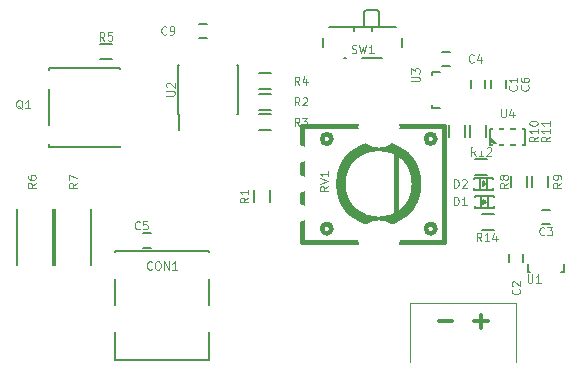
<source format=gbr>
G04 #@! TF.FileFunction,Legend,Top*
%FSLAX46Y46*%
G04 Gerber Fmt 4.6, Leading zero omitted, Abs format (unit mm)*
G04 Created by KiCad (PCBNEW (2015-09-30 BZR 6232)-product) date Tue 06 Oct 2015 09:20:13 AM EEST*
%MOMM*%
G01*
G04 APERTURE LIST*
%ADD10C,0.100000*%
%ADD11C,0.300000*%
%ADD12C,0.127000*%
%ADD13C,0.381000*%
%ADD14C,0.150000*%
%ADD15C,0.120000*%
%ADD16R,0.797560X0.797560*%
%ADD17R,1.524000X4.000000*%
%ADD18O,1.524000X4.000000*%
%ADD19O,2.000000X1.500000*%
%ADD20C,3.500000*%
%ADD21R,1.200000X0.750000*%
%ADD22R,1.800860X0.800100*%
%ADD23R,0.750000X1.200000*%
%ADD24R,0.800100X1.800860*%
%ADD25R,3.200400X1.600200*%
%ADD26R,7.000240X6.499860*%
%ADD27R,2.200000X2.200000*%
%ADD28C,1.500000*%
%ADD29R,1.200000X0.900000*%
%ADD30R,0.900000X1.200000*%
%ADD31R,0.600000X1.550000*%
%ADD32R,3.175000X1.600200*%
%ADD33C,0.900000*%
%ADD34R,0.700000X1.500000*%
%ADD35R,1.000000X0.800000*%
%ADD36R,0.599440X1.000760*%
G04 APERTURE END LIST*
D10*
D11*
X147178572Y-96857143D02*
X148321429Y-96857143D01*
X150178572Y-96857143D02*
X151321429Y-96857143D01*
X150750000Y-97428571D02*
X150750000Y-96285714D01*
D10*
X144750000Y-95250000D02*
X144750000Y-100250000D01*
X153750000Y-95250000D02*
X144750000Y-95250000D01*
X153750000Y-100250000D02*
X153750000Y-95250000D01*
D12*
X151299720Y-85700380D02*
X151299720Y-84699620D01*
X150700280Y-84699620D02*
X150700280Y-85700380D01*
X151000000Y-85299060D02*
X151000000Y-85100940D01*
X150900940Y-84999340D02*
X150900940Y-85400660D01*
X150900940Y-85400660D02*
X151099060Y-85200000D01*
X151099060Y-85200000D02*
X150900940Y-84999340D01*
X150199900Y-84699620D02*
X151800100Y-84699620D01*
X151800100Y-84699620D02*
X151800100Y-85700380D01*
X151800100Y-85700380D02*
X150199900Y-85700380D01*
X150199900Y-85700380D02*
X150199900Y-84699620D01*
D13*
X147600000Y-90100000D02*
X135600000Y-90100000D01*
X135600000Y-80300000D02*
X147600000Y-80300000D01*
X135600000Y-80300000D02*
X135600000Y-90100000D01*
X147600000Y-80300000D02*
X147600000Y-90100000D01*
X138100000Y-89000000D02*
G75*
G03X138100000Y-89000000I-400000J0D01*
G01*
X138100000Y-81400000D02*
G75*
G03X138100000Y-81400000I-400000J0D01*
G01*
X146900000Y-89000000D02*
G75*
G03X146900000Y-89000000I-400000J0D01*
G01*
X146900000Y-81400000D02*
G75*
G03X146900000Y-81400000I-400000J0D01*
G01*
X143601140Y-82599040D02*
X143601140Y-87800960D01*
X145099740Y-85200000D02*
G75*
G03X145099740Y-85200000I-2999740J0D01*
G01*
X145501060Y-85200000D02*
G75*
G03X145501060Y-85200000I-3401060J0D01*
G01*
D14*
X148123662Y-75212874D02*
X147423662Y-75212874D01*
X147423662Y-74012874D02*
X148123662Y-74012874D01*
X147300800Y-78749820D02*
X146599760Y-78749820D01*
X146599760Y-78749820D02*
X146599760Y-78500900D01*
X146599760Y-75950840D02*
X146599760Y-75750180D01*
X146599760Y-75750180D02*
X147300800Y-75750180D01*
X149900000Y-77100000D02*
X149900000Y-76400000D01*
X151100000Y-76400000D02*
X151100000Y-77100000D01*
X156600000Y-88600000D02*
X155900000Y-88600000D01*
X155900000Y-87400000D02*
X156600000Y-87400000D01*
X154350000Y-91150000D02*
X154350000Y-91850000D01*
X153150000Y-91850000D02*
X153150000Y-91150000D01*
X157749820Y-91949200D02*
X157749820Y-92650240D01*
X157749820Y-92650240D02*
X157500900Y-92650240D01*
X154950840Y-92650240D02*
X154750180Y-92650240D01*
X154750180Y-92650240D02*
X154750180Y-91949200D01*
D12*
X120182300Y-76044900D02*
X121376100Y-76044900D01*
X121376100Y-76044900D02*
X121376100Y-81455100D01*
X121376100Y-81455100D02*
X120169600Y-81455100D01*
X114175200Y-80477200D02*
X111266900Y-80477200D01*
X111266900Y-81620200D02*
X114175200Y-81620200D01*
X111266900Y-80477200D02*
X111266900Y-81620200D01*
X111266900Y-75879800D02*
X111266900Y-77022800D01*
X111266900Y-77022800D02*
X114175200Y-77022800D01*
X114175200Y-75879800D02*
X111266900Y-75879800D01*
X114175200Y-82102800D02*
X120169600Y-82102800D01*
X120169600Y-82102800D02*
X120169600Y-75397200D01*
X120169600Y-75397200D02*
X114175200Y-75397200D01*
X114175200Y-82102800D02*
X114175200Y-75397200D01*
D14*
X119750000Y-90850000D02*
X127750000Y-90850000D01*
X127750000Y-100150000D02*
X119750000Y-100150000D01*
X119750000Y-90850000D02*
X119750000Y-100150000D01*
X127750000Y-90850000D02*
X127750000Y-100150000D01*
D12*
X151349720Y-87250380D02*
X151349720Y-86249620D01*
X150750280Y-86249620D02*
X150750280Y-87250380D01*
X151050000Y-86849060D02*
X151050000Y-86650940D01*
X150950940Y-86549340D02*
X150950940Y-86950660D01*
X150950940Y-86950660D02*
X151149060Y-86750000D01*
X151149060Y-86750000D02*
X150950940Y-86549340D01*
X150249900Y-86249620D02*
X151850100Y-86249620D01*
X151850100Y-86249620D02*
X151850100Y-87250380D01*
X151850100Y-87250380D02*
X150249900Y-87250380D01*
X150249900Y-87250380D02*
X150249900Y-86249620D01*
D14*
X133000000Y-80675000D02*
X132000000Y-80675000D01*
X132000000Y-79325000D02*
X133000000Y-79325000D01*
X131575000Y-86750000D02*
X131575000Y-85750000D01*
X132925000Y-85750000D02*
X132925000Y-86750000D01*
X133000000Y-78925000D02*
X132000000Y-78925000D01*
X132000000Y-77575000D02*
X133000000Y-77575000D01*
X118500000Y-73325000D02*
X119500000Y-73325000D01*
X119500000Y-74675000D02*
X118500000Y-74675000D01*
X127600000Y-72850000D02*
X126900000Y-72850000D01*
X126900000Y-71650000D02*
X127600000Y-71650000D01*
X150850000Y-87725000D02*
X151850000Y-87725000D01*
X151850000Y-89075000D02*
X150850000Y-89075000D01*
X125075000Y-79275000D02*
X125220000Y-79275000D01*
X125075000Y-75125000D02*
X125220000Y-75125000D01*
X130225000Y-75125000D02*
X130080000Y-75125000D01*
X130225000Y-79275000D02*
X130080000Y-79275000D01*
X125075000Y-79275000D02*
X125075000Y-75125000D01*
X130225000Y-79275000D02*
X130225000Y-75125000D01*
X125220000Y-79275000D02*
X125220000Y-80675000D01*
X122150000Y-89400000D02*
X122850000Y-89400000D01*
X122850000Y-90600000D02*
X122150000Y-90600000D01*
D12*
X114726000Y-87083000D02*
X117774000Y-87083000D01*
X114726000Y-92417000D02*
X117774000Y-92417000D01*
X114726000Y-92925000D02*
X117774000Y-92925000D01*
X117774000Y-92925000D02*
X117774000Y-86575000D01*
X117774000Y-86575000D02*
X114726000Y-86575000D01*
X114726000Y-86575000D02*
X114726000Y-92925000D01*
X111476000Y-87083000D02*
X114524000Y-87083000D01*
X111476000Y-92417000D02*
X114524000Y-92417000D01*
X111476000Y-92925000D02*
X114524000Y-92925000D01*
X114524000Y-92925000D02*
X114524000Y-86575000D01*
X114524000Y-86575000D02*
X111476000Y-86575000D01*
X111476000Y-86575000D02*
X111476000Y-92925000D01*
D14*
X133000000Y-77175000D02*
X132000000Y-77175000D01*
X132000000Y-75825000D02*
X133000000Y-75825000D01*
X154675000Y-84500000D02*
X154675000Y-85500000D01*
X153325000Y-85500000D02*
X153325000Y-84500000D01*
X155075000Y-85500000D02*
X155075000Y-84500000D01*
X156425000Y-84500000D02*
X156425000Y-85500000D01*
X149425000Y-80250000D02*
X149425000Y-81250000D01*
X148075000Y-81250000D02*
X148075000Y-80250000D01*
X149825000Y-81250000D02*
X149825000Y-80250000D01*
X151175000Y-80250000D02*
X151175000Y-81250000D01*
X150250000Y-83075000D02*
X151250000Y-83075000D01*
X151250000Y-84425000D02*
X150250000Y-84425000D01*
X140000000Y-72250000D02*
X140000000Y-71950000D01*
X141500000Y-72250000D02*
X141500000Y-71950000D01*
X139350000Y-74550000D02*
X139150000Y-74550000D01*
X142150000Y-70650000D02*
X141950000Y-70450000D01*
X140850000Y-70650000D02*
X141050000Y-70450000D01*
X142150000Y-71950000D02*
X142150000Y-70650000D01*
X141950000Y-70450000D02*
X141050000Y-70450000D01*
X140850000Y-70650000D02*
X140850000Y-71950000D01*
X143600000Y-71950000D02*
X137900000Y-71950000D01*
X142350000Y-74550000D02*
X140650000Y-74550000D01*
X144100000Y-73650000D02*
X144100000Y-72850000D01*
X137400000Y-72850000D02*
X137400000Y-73650000D01*
D12*
X152149100Y-81948500D02*
X151501400Y-81300800D01*
X151996700Y-81948500D02*
X151501400Y-81453200D01*
X153000000Y-80551500D02*
X153000000Y-79891100D01*
X153952500Y-80551500D02*
X153952500Y-79891100D01*
X152047500Y-80551500D02*
X152047500Y-79891100D01*
X153000000Y-81948500D02*
X153000000Y-82608900D01*
X153952500Y-81948500D02*
X153952500Y-82608900D01*
X152047500Y-81948500D02*
X152047500Y-82608900D01*
X151501400Y-80551500D02*
X154498600Y-80551500D01*
X154498600Y-80551500D02*
X154498600Y-81948500D01*
X154498600Y-81948500D02*
X151501400Y-81948500D01*
X151501400Y-81948500D02*
X151501400Y-80551500D01*
D14*
X151650000Y-77100000D02*
X151650000Y-76400000D01*
X152850000Y-76400000D02*
X152850000Y-77100000D01*
D15*
X148483334Y-85516667D02*
X148483334Y-84816667D01*
X148650000Y-84816667D01*
X148750000Y-84850000D01*
X148816667Y-84916667D01*
X148850000Y-84983333D01*
X148883334Y-85116667D01*
X148883334Y-85216667D01*
X148850000Y-85350000D01*
X148816667Y-85416667D01*
X148750000Y-85483333D01*
X148650000Y-85516667D01*
X148483334Y-85516667D01*
X149150000Y-84883333D02*
X149183334Y-84850000D01*
X149250000Y-84816667D01*
X149416667Y-84816667D01*
X149483334Y-84850000D01*
X149516667Y-84883333D01*
X149550000Y-84950000D01*
X149550000Y-85016667D01*
X149516667Y-85116667D01*
X149116667Y-85516667D01*
X149550000Y-85516667D01*
X137816667Y-85416666D02*
X137483333Y-85650000D01*
X137816667Y-85816666D02*
X137116667Y-85816666D01*
X137116667Y-85550000D01*
X137150000Y-85483333D01*
X137183333Y-85450000D01*
X137250000Y-85416666D01*
X137350000Y-85416666D01*
X137416667Y-85450000D01*
X137450000Y-85483333D01*
X137483333Y-85550000D01*
X137483333Y-85816666D01*
X137116667Y-85216666D02*
X137816667Y-84983333D01*
X137116667Y-84750000D01*
X137816667Y-84150000D02*
X137816667Y-84550000D01*
X137816667Y-84350000D02*
X137116667Y-84350000D01*
X137216667Y-84416666D01*
X137283333Y-84483333D01*
X137316667Y-84550000D01*
X150156996Y-74862874D02*
X150123662Y-74896207D01*
X150023662Y-74929541D01*
X149956996Y-74929541D01*
X149856996Y-74896207D01*
X149790329Y-74829541D01*
X149756996Y-74762874D01*
X149723662Y-74629541D01*
X149723662Y-74529541D01*
X149756996Y-74396207D01*
X149790329Y-74329541D01*
X149856996Y-74262874D01*
X149956996Y-74229541D01*
X150023662Y-74229541D01*
X150123662Y-74262874D01*
X150156996Y-74296207D01*
X150756996Y-74462874D02*
X150756996Y-74929541D01*
X150590329Y-74196207D02*
X150423662Y-74696207D01*
X150856996Y-74696207D01*
X144866667Y-76533333D02*
X145433333Y-76533333D01*
X145500000Y-76500000D01*
X145533333Y-76466667D01*
X145566667Y-76400000D01*
X145566667Y-76266667D01*
X145533333Y-76200000D01*
X145500000Y-76166667D01*
X145433333Y-76133333D01*
X144866667Y-76133333D01*
X144866667Y-75866667D02*
X144866667Y-75433334D01*
X145133333Y-75666667D01*
X145133333Y-75566667D01*
X145166667Y-75500000D01*
X145200000Y-75466667D01*
X145266667Y-75433334D01*
X145433333Y-75433334D01*
X145500000Y-75466667D01*
X145533333Y-75500000D01*
X145566667Y-75566667D01*
X145566667Y-75766667D01*
X145533333Y-75833334D01*
X145500000Y-75866667D01*
X153750000Y-76866666D02*
X153783333Y-76900000D01*
X153816667Y-77000000D01*
X153816667Y-77066666D01*
X153783333Y-77166666D01*
X153716667Y-77233333D01*
X153650000Y-77266666D01*
X153516667Y-77300000D01*
X153416667Y-77300000D01*
X153283333Y-77266666D01*
X153216667Y-77233333D01*
X153150000Y-77166666D01*
X153116667Y-77066666D01*
X153116667Y-77000000D01*
X153150000Y-76900000D01*
X153183333Y-76866666D01*
X153816667Y-76200000D02*
X153816667Y-76600000D01*
X153816667Y-76400000D02*
X153116667Y-76400000D01*
X153216667Y-76466666D01*
X153283333Y-76533333D01*
X153316667Y-76600000D01*
X156133334Y-89500000D02*
X156100000Y-89533333D01*
X156000000Y-89566667D01*
X155933334Y-89566667D01*
X155833334Y-89533333D01*
X155766667Y-89466667D01*
X155733334Y-89400000D01*
X155700000Y-89266667D01*
X155700000Y-89166667D01*
X155733334Y-89033333D01*
X155766667Y-88966667D01*
X155833334Y-88900000D01*
X155933334Y-88866667D01*
X156000000Y-88866667D01*
X156100000Y-88900000D01*
X156133334Y-88933333D01*
X156366667Y-88866667D02*
X156800000Y-88866667D01*
X156566667Y-89133333D01*
X156666667Y-89133333D01*
X156733334Y-89166667D01*
X156766667Y-89200000D01*
X156800000Y-89266667D01*
X156800000Y-89433333D01*
X156766667Y-89500000D01*
X156733334Y-89533333D01*
X156666667Y-89566667D01*
X156466667Y-89566667D01*
X156400000Y-89533333D01*
X156366667Y-89500000D01*
X154000000Y-94116666D02*
X154033333Y-94150000D01*
X154066667Y-94250000D01*
X154066667Y-94316666D01*
X154033333Y-94416666D01*
X153966667Y-94483333D01*
X153900000Y-94516666D01*
X153766667Y-94550000D01*
X153666667Y-94550000D01*
X153533333Y-94516666D01*
X153466667Y-94483333D01*
X153400000Y-94416666D01*
X153366667Y-94316666D01*
X153366667Y-94250000D01*
X153400000Y-94150000D01*
X153433333Y-94116666D01*
X153433333Y-93850000D02*
X153400000Y-93816666D01*
X153366667Y-93750000D01*
X153366667Y-93583333D01*
X153400000Y-93516666D01*
X153433333Y-93483333D01*
X153500000Y-93450000D01*
X153566667Y-93450000D01*
X153666667Y-93483333D01*
X154066667Y-93883333D01*
X154066667Y-93450000D01*
X154716667Y-92866667D02*
X154716667Y-93433333D01*
X154750000Y-93500000D01*
X154783333Y-93533333D01*
X154850000Y-93566667D01*
X154983333Y-93566667D01*
X155050000Y-93533333D01*
X155083333Y-93500000D01*
X155116667Y-93433333D01*
X155116667Y-92866667D01*
X155816666Y-93566667D02*
X155416666Y-93566667D01*
X155616666Y-93566667D02*
X155616666Y-92866667D01*
X155550000Y-92966667D01*
X155483333Y-93033333D01*
X155416666Y-93066667D01*
X111933333Y-78883333D02*
X111866667Y-78850000D01*
X111800000Y-78783333D01*
X111700000Y-78683333D01*
X111633333Y-78650000D01*
X111566667Y-78650000D01*
X111600000Y-78816667D02*
X111533333Y-78783333D01*
X111466667Y-78716667D01*
X111433333Y-78583333D01*
X111433333Y-78350000D01*
X111466667Y-78216667D01*
X111533333Y-78150000D01*
X111600000Y-78116667D01*
X111733333Y-78116667D01*
X111800000Y-78150000D01*
X111866667Y-78216667D01*
X111900000Y-78350000D01*
X111900000Y-78583333D01*
X111866667Y-78716667D01*
X111800000Y-78783333D01*
X111733333Y-78816667D01*
X111600000Y-78816667D01*
X112566666Y-78816667D02*
X112166666Y-78816667D01*
X112366666Y-78816667D02*
X112366666Y-78116667D01*
X112300000Y-78216667D01*
X112233333Y-78283333D01*
X112166666Y-78316667D01*
X122900001Y-92400000D02*
X122866667Y-92433333D01*
X122766667Y-92466667D01*
X122700001Y-92466667D01*
X122600001Y-92433333D01*
X122533334Y-92366667D01*
X122500001Y-92300000D01*
X122466667Y-92166667D01*
X122466667Y-92066667D01*
X122500001Y-91933333D01*
X122533334Y-91866667D01*
X122600001Y-91800000D01*
X122700001Y-91766667D01*
X122766667Y-91766667D01*
X122866667Y-91800000D01*
X122900001Y-91833333D01*
X123333334Y-91766667D02*
X123466667Y-91766667D01*
X123533334Y-91800000D01*
X123600001Y-91866667D01*
X123633334Y-92000000D01*
X123633334Y-92233333D01*
X123600001Y-92366667D01*
X123533334Y-92433333D01*
X123466667Y-92466667D01*
X123333334Y-92466667D01*
X123266667Y-92433333D01*
X123200001Y-92366667D01*
X123166667Y-92233333D01*
X123166667Y-92000000D01*
X123200001Y-91866667D01*
X123266667Y-91800000D01*
X123333334Y-91766667D01*
X123933334Y-92466667D02*
X123933334Y-91766667D01*
X124333334Y-92466667D01*
X124333334Y-91766667D01*
X125033333Y-92466667D02*
X124633333Y-92466667D01*
X124833333Y-92466667D02*
X124833333Y-91766667D01*
X124766667Y-91866667D01*
X124700000Y-91933333D01*
X124633333Y-91966667D01*
X148483334Y-87016667D02*
X148483334Y-86316667D01*
X148650000Y-86316667D01*
X148750000Y-86350000D01*
X148816667Y-86416667D01*
X148850000Y-86483333D01*
X148883334Y-86616667D01*
X148883334Y-86716667D01*
X148850000Y-86850000D01*
X148816667Y-86916667D01*
X148750000Y-86983333D01*
X148650000Y-87016667D01*
X148483334Y-87016667D01*
X149550000Y-87016667D02*
X149150000Y-87016667D01*
X149350000Y-87016667D02*
X149350000Y-86316667D01*
X149283334Y-86416667D01*
X149216667Y-86483333D01*
X149150000Y-86516667D01*
X135383334Y-80316667D02*
X135150000Y-79983333D01*
X134983334Y-80316667D02*
X134983334Y-79616667D01*
X135250000Y-79616667D01*
X135316667Y-79650000D01*
X135350000Y-79683333D01*
X135383334Y-79750000D01*
X135383334Y-79850000D01*
X135350000Y-79916667D01*
X135316667Y-79950000D01*
X135250000Y-79983333D01*
X134983334Y-79983333D01*
X135616667Y-79616667D02*
X136050000Y-79616667D01*
X135816667Y-79883333D01*
X135916667Y-79883333D01*
X135983334Y-79916667D01*
X136016667Y-79950000D01*
X136050000Y-80016667D01*
X136050000Y-80183333D01*
X136016667Y-80250000D01*
X135983334Y-80283333D01*
X135916667Y-80316667D01*
X135716667Y-80316667D01*
X135650000Y-80283333D01*
X135616667Y-80250000D01*
X131066667Y-86366666D02*
X130733333Y-86600000D01*
X131066667Y-86766666D02*
X130366667Y-86766666D01*
X130366667Y-86500000D01*
X130400000Y-86433333D01*
X130433333Y-86400000D01*
X130500000Y-86366666D01*
X130600000Y-86366666D01*
X130666667Y-86400000D01*
X130700000Y-86433333D01*
X130733333Y-86500000D01*
X130733333Y-86766666D01*
X131066667Y-85700000D02*
X131066667Y-86100000D01*
X131066667Y-85900000D02*
X130366667Y-85900000D01*
X130466667Y-85966666D01*
X130533333Y-86033333D01*
X130566667Y-86100000D01*
X135383334Y-78566667D02*
X135150000Y-78233333D01*
X134983334Y-78566667D02*
X134983334Y-77866667D01*
X135250000Y-77866667D01*
X135316667Y-77900000D01*
X135350000Y-77933333D01*
X135383334Y-78000000D01*
X135383334Y-78100000D01*
X135350000Y-78166667D01*
X135316667Y-78200000D01*
X135250000Y-78233333D01*
X134983334Y-78233333D01*
X135650000Y-77933333D02*
X135683334Y-77900000D01*
X135750000Y-77866667D01*
X135916667Y-77866667D01*
X135983334Y-77900000D01*
X136016667Y-77933333D01*
X136050000Y-78000000D01*
X136050000Y-78066667D01*
X136016667Y-78166667D01*
X135616667Y-78566667D01*
X136050000Y-78566667D01*
X118883334Y-73066667D02*
X118650000Y-72733333D01*
X118483334Y-73066667D02*
X118483334Y-72366667D01*
X118750000Y-72366667D01*
X118816667Y-72400000D01*
X118850000Y-72433333D01*
X118883334Y-72500000D01*
X118883334Y-72600000D01*
X118850000Y-72666667D01*
X118816667Y-72700000D01*
X118750000Y-72733333D01*
X118483334Y-72733333D01*
X119516667Y-72366667D02*
X119183334Y-72366667D01*
X119150000Y-72700000D01*
X119183334Y-72666667D01*
X119250000Y-72633333D01*
X119416667Y-72633333D01*
X119483334Y-72666667D01*
X119516667Y-72700000D01*
X119550000Y-72766667D01*
X119550000Y-72933333D01*
X119516667Y-73000000D01*
X119483334Y-73033333D01*
X119416667Y-73066667D01*
X119250000Y-73066667D01*
X119183334Y-73033333D01*
X119150000Y-73000000D01*
X124133334Y-72500000D02*
X124100000Y-72533333D01*
X124000000Y-72566667D01*
X123933334Y-72566667D01*
X123833334Y-72533333D01*
X123766667Y-72466667D01*
X123733334Y-72400000D01*
X123700000Y-72266667D01*
X123700000Y-72166667D01*
X123733334Y-72033333D01*
X123766667Y-71966667D01*
X123833334Y-71900000D01*
X123933334Y-71866667D01*
X124000000Y-71866667D01*
X124100000Y-71900000D01*
X124133334Y-71933333D01*
X124466667Y-72566667D02*
X124600000Y-72566667D01*
X124666667Y-72533333D01*
X124700000Y-72500000D01*
X124766667Y-72400000D01*
X124800000Y-72266667D01*
X124800000Y-72000000D01*
X124766667Y-71933333D01*
X124733334Y-71900000D01*
X124666667Y-71866667D01*
X124533334Y-71866667D01*
X124466667Y-71900000D01*
X124433334Y-71933333D01*
X124400000Y-72000000D01*
X124400000Y-72166667D01*
X124433334Y-72233333D01*
X124466667Y-72266667D01*
X124533334Y-72300000D01*
X124666667Y-72300000D01*
X124733334Y-72266667D01*
X124766667Y-72233333D01*
X124800000Y-72166667D01*
X150800000Y-90066667D02*
X150566666Y-89733333D01*
X150400000Y-90066667D02*
X150400000Y-89366667D01*
X150666666Y-89366667D01*
X150733333Y-89400000D01*
X150766666Y-89433333D01*
X150800000Y-89500000D01*
X150800000Y-89600000D01*
X150766666Y-89666667D01*
X150733333Y-89700000D01*
X150666666Y-89733333D01*
X150400000Y-89733333D01*
X151466666Y-90066667D02*
X151066666Y-90066667D01*
X151266666Y-90066667D02*
X151266666Y-89366667D01*
X151200000Y-89466667D01*
X151133333Y-89533333D01*
X151066666Y-89566667D01*
X152066667Y-89600000D02*
X152066667Y-90066667D01*
X151900000Y-89333333D02*
X151733333Y-89833333D01*
X152166667Y-89833333D01*
X124116667Y-77733333D02*
X124683333Y-77733333D01*
X124750000Y-77700000D01*
X124783333Y-77666667D01*
X124816667Y-77600000D01*
X124816667Y-77466667D01*
X124783333Y-77400000D01*
X124750000Y-77366667D01*
X124683333Y-77333333D01*
X124116667Y-77333333D01*
X124183333Y-77033334D02*
X124150000Y-77000000D01*
X124116667Y-76933334D01*
X124116667Y-76766667D01*
X124150000Y-76700000D01*
X124183333Y-76666667D01*
X124250000Y-76633334D01*
X124316667Y-76633334D01*
X124416667Y-76666667D01*
X124816667Y-77066667D01*
X124816667Y-76633334D01*
X121883334Y-89000000D02*
X121850000Y-89033333D01*
X121750000Y-89066667D01*
X121683334Y-89066667D01*
X121583334Y-89033333D01*
X121516667Y-88966667D01*
X121483334Y-88900000D01*
X121450000Y-88766667D01*
X121450000Y-88666667D01*
X121483334Y-88533333D01*
X121516667Y-88466667D01*
X121583334Y-88400000D01*
X121683334Y-88366667D01*
X121750000Y-88366667D01*
X121850000Y-88400000D01*
X121883334Y-88433333D01*
X122516667Y-88366667D02*
X122183334Y-88366667D01*
X122150000Y-88700000D01*
X122183334Y-88666667D01*
X122250000Y-88633333D01*
X122416667Y-88633333D01*
X122483334Y-88666667D01*
X122516667Y-88700000D01*
X122550000Y-88766667D01*
X122550000Y-88933333D01*
X122516667Y-89000000D01*
X122483334Y-89033333D01*
X122416667Y-89066667D01*
X122250000Y-89066667D01*
X122183334Y-89033333D01*
X122150000Y-89000000D01*
X116566667Y-85116666D02*
X116233333Y-85350000D01*
X116566667Y-85516666D02*
X115866667Y-85516666D01*
X115866667Y-85250000D01*
X115900000Y-85183333D01*
X115933333Y-85150000D01*
X116000000Y-85116666D01*
X116100000Y-85116666D01*
X116166667Y-85150000D01*
X116200000Y-85183333D01*
X116233333Y-85250000D01*
X116233333Y-85516666D01*
X115866667Y-84883333D02*
X115866667Y-84416666D01*
X116566667Y-84716666D01*
X113066667Y-85116666D02*
X112733333Y-85350000D01*
X113066667Y-85516666D02*
X112366667Y-85516666D01*
X112366667Y-85250000D01*
X112400000Y-85183333D01*
X112433333Y-85150000D01*
X112500000Y-85116666D01*
X112600000Y-85116666D01*
X112666667Y-85150000D01*
X112700000Y-85183333D01*
X112733333Y-85250000D01*
X112733333Y-85516666D01*
X112366667Y-84516666D02*
X112366667Y-84650000D01*
X112400000Y-84716666D01*
X112433333Y-84750000D01*
X112533333Y-84816666D01*
X112666667Y-84850000D01*
X112933333Y-84850000D01*
X113000000Y-84816666D01*
X113033333Y-84783333D01*
X113066667Y-84716666D01*
X113066667Y-84583333D01*
X113033333Y-84516666D01*
X113000000Y-84483333D01*
X112933333Y-84450000D01*
X112766667Y-84450000D01*
X112700000Y-84483333D01*
X112666667Y-84516666D01*
X112633333Y-84583333D01*
X112633333Y-84716666D01*
X112666667Y-84783333D01*
X112700000Y-84816666D01*
X112766667Y-84850000D01*
X135383334Y-76816667D02*
X135150000Y-76483333D01*
X134983334Y-76816667D02*
X134983334Y-76116667D01*
X135250000Y-76116667D01*
X135316667Y-76150000D01*
X135350000Y-76183333D01*
X135383334Y-76250000D01*
X135383334Y-76350000D01*
X135350000Y-76416667D01*
X135316667Y-76450000D01*
X135250000Y-76483333D01*
X134983334Y-76483333D01*
X135983334Y-76350000D02*
X135983334Y-76816667D01*
X135816667Y-76083333D02*
X135650000Y-76583333D01*
X136083334Y-76583333D01*
X153066667Y-85116666D02*
X152733333Y-85350000D01*
X153066667Y-85516666D02*
X152366667Y-85516666D01*
X152366667Y-85250000D01*
X152400000Y-85183333D01*
X152433333Y-85150000D01*
X152500000Y-85116666D01*
X152600000Y-85116666D01*
X152666667Y-85150000D01*
X152700000Y-85183333D01*
X152733333Y-85250000D01*
X152733333Y-85516666D01*
X152666667Y-84716666D02*
X152633333Y-84783333D01*
X152600000Y-84816666D01*
X152533333Y-84850000D01*
X152500000Y-84850000D01*
X152433333Y-84816666D01*
X152400000Y-84783333D01*
X152366667Y-84716666D01*
X152366667Y-84583333D01*
X152400000Y-84516666D01*
X152433333Y-84483333D01*
X152500000Y-84450000D01*
X152533333Y-84450000D01*
X152600000Y-84483333D01*
X152633333Y-84516666D01*
X152666667Y-84583333D01*
X152666667Y-84716666D01*
X152700000Y-84783333D01*
X152733333Y-84816666D01*
X152800000Y-84850000D01*
X152933333Y-84850000D01*
X153000000Y-84816666D01*
X153033333Y-84783333D01*
X153066667Y-84716666D01*
X153066667Y-84583333D01*
X153033333Y-84516666D01*
X153000000Y-84483333D01*
X152933333Y-84450000D01*
X152800000Y-84450000D01*
X152733333Y-84483333D01*
X152700000Y-84516666D01*
X152666667Y-84583333D01*
X157566667Y-85116666D02*
X157233333Y-85350000D01*
X157566667Y-85516666D02*
X156866667Y-85516666D01*
X156866667Y-85250000D01*
X156900000Y-85183333D01*
X156933333Y-85150000D01*
X157000000Y-85116666D01*
X157100000Y-85116666D01*
X157166667Y-85150000D01*
X157200000Y-85183333D01*
X157233333Y-85250000D01*
X157233333Y-85516666D01*
X157566667Y-84783333D02*
X157566667Y-84650000D01*
X157533333Y-84583333D01*
X157500000Y-84550000D01*
X157400000Y-84483333D01*
X157266667Y-84450000D01*
X157000000Y-84450000D01*
X156933333Y-84483333D01*
X156900000Y-84516666D01*
X156866667Y-84583333D01*
X156866667Y-84716666D01*
X156900000Y-84783333D01*
X156933333Y-84816666D01*
X157000000Y-84850000D01*
X157166667Y-84850000D01*
X157233333Y-84816666D01*
X157266667Y-84783333D01*
X157300000Y-84716666D01*
X157300000Y-84583333D01*
X157266667Y-84516666D01*
X157233333Y-84483333D01*
X157166667Y-84450000D01*
X155566667Y-81200000D02*
X155233333Y-81433334D01*
X155566667Y-81600000D02*
X154866667Y-81600000D01*
X154866667Y-81333334D01*
X154900000Y-81266667D01*
X154933333Y-81233334D01*
X155000000Y-81200000D01*
X155100000Y-81200000D01*
X155166667Y-81233334D01*
X155200000Y-81266667D01*
X155233333Y-81333334D01*
X155233333Y-81600000D01*
X155566667Y-80533334D02*
X155566667Y-80933334D01*
X155566667Y-80733334D02*
X154866667Y-80733334D01*
X154966667Y-80800000D01*
X155033333Y-80866667D01*
X155066667Y-80933334D01*
X154866667Y-80100000D02*
X154866667Y-80033333D01*
X154900000Y-79966667D01*
X154933333Y-79933333D01*
X155000000Y-79900000D01*
X155133333Y-79866667D01*
X155300000Y-79866667D01*
X155433333Y-79900000D01*
X155500000Y-79933333D01*
X155533333Y-79966667D01*
X155566667Y-80033333D01*
X155566667Y-80100000D01*
X155533333Y-80166667D01*
X155500000Y-80200000D01*
X155433333Y-80233333D01*
X155300000Y-80266667D01*
X155133333Y-80266667D01*
X155000000Y-80233333D01*
X154933333Y-80200000D01*
X154900000Y-80166667D01*
X154866667Y-80100000D01*
X156566667Y-81200000D02*
X156233333Y-81433334D01*
X156566667Y-81600000D02*
X155866667Y-81600000D01*
X155866667Y-81333334D01*
X155900000Y-81266667D01*
X155933333Y-81233334D01*
X156000000Y-81200000D01*
X156100000Y-81200000D01*
X156166667Y-81233334D01*
X156200000Y-81266667D01*
X156233333Y-81333334D01*
X156233333Y-81600000D01*
X156566667Y-80533334D02*
X156566667Y-80933334D01*
X156566667Y-80733334D02*
X155866667Y-80733334D01*
X155966667Y-80800000D01*
X156033333Y-80866667D01*
X156066667Y-80933334D01*
X156566667Y-79866667D02*
X156566667Y-80266667D01*
X156566667Y-80066667D02*
X155866667Y-80066667D01*
X155966667Y-80133333D01*
X156033333Y-80200000D01*
X156066667Y-80266667D01*
X150300000Y-82816667D02*
X150066666Y-82483333D01*
X149900000Y-82816667D02*
X149900000Y-82116667D01*
X150166666Y-82116667D01*
X150233333Y-82150000D01*
X150266666Y-82183333D01*
X150300000Y-82250000D01*
X150300000Y-82350000D01*
X150266666Y-82416667D01*
X150233333Y-82450000D01*
X150166666Y-82483333D01*
X149900000Y-82483333D01*
X150966666Y-82816667D02*
X150566666Y-82816667D01*
X150766666Y-82816667D02*
X150766666Y-82116667D01*
X150700000Y-82216667D01*
X150633333Y-82283333D01*
X150566666Y-82316667D01*
X151233333Y-82183333D02*
X151266667Y-82150000D01*
X151333333Y-82116667D01*
X151500000Y-82116667D01*
X151566667Y-82150000D01*
X151600000Y-82183333D01*
X151633333Y-82250000D01*
X151633333Y-82316667D01*
X151600000Y-82416667D01*
X151200000Y-82816667D01*
X151633333Y-82816667D01*
X139816666Y-74108333D02*
X139916666Y-74141667D01*
X140083333Y-74141667D01*
X140150000Y-74108333D01*
X140183333Y-74075000D01*
X140216666Y-74008333D01*
X140216666Y-73941667D01*
X140183333Y-73875000D01*
X140150000Y-73841667D01*
X140083333Y-73808333D01*
X139950000Y-73775000D01*
X139883333Y-73741667D01*
X139850000Y-73708333D01*
X139816666Y-73641667D01*
X139816666Y-73575000D01*
X139850000Y-73508333D01*
X139883333Y-73475000D01*
X139950000Y-73441667D01*
X140116666Y-73441667D01*
X140216666Y-73475000D01*
X140450000Y-73441667D02*
X140616667Y-74141667D01*
X140750000Y-73641667D01*
X140883333Y-74141667D01*
X141050000Y-73441667D01*
X141683333Y-74141667D02*
X141283333Y-74141667D01*
X141483333Y-74141667D02*
X141483333Y-73441667D01*
X141416667Y-73541667D01*
X141350000Y-73608333D01*
X141283333Y-73641667D01*
X152466667Y-78885467D02*
X152466667Y-79452133D01*
X152500000Y-79518800D01*
X152533333Y-79552133D01*
X152600000Y-79585467D01*
X152733333Y-79585467D01*
X152800000Y-79552133D01*
X152833333Y-79518800D01*
X152866667Y-79452133D01*
X152866667Y-78885467D01*
X153500000Y-79118800D02*
X153500000Y-79585467D01*
X153333333Y-78852133D02*
X153166666Y-79352133D01*
X153600000Y-79352133D01*
X154750000Y-76866666D02*
X154783333Y-76900000D01*
X154816667Y-77000000D01*
X154816667Y-77066666D01*
X154783333Y-77166666D01*
X154716667Y-77233333D01*
X154650000Y-77266666D01*
X154516667Y-77300000D01*
X154416667Y-77300000D01*
X154283333Y-77266666D01*
X154216667Y-77233333D01*
X154150000Y-77166666D01*
X154116667Y-77066666D01*
X154116667Y-77000000D01*
X154150000Y-76900000D01*
X154183333Y-76866666D01*
X154116667Y-76266666D02*
X154116667Y-76400000D01*
X154150000Y-76466666D01*
X154183333Y-76500000D01*
X154283333Y-76566666D01*
X154416667Y-76600000D01*
X154683333Y-76600000D01*
X154750000Y-76566666D01*
X154783333Y-76533333D01*
X154816667Y-76466666D01*
X154816667Y-76333333D01*
X154783333Y-76266666D01*
X154750000Y-76233333D01*
X154683333Y-76200000D01*
X154516667Y-76200000D01*
X154450000Y-76233333D01*
X154416667Y-76266666D01*
X154383333Y-76333333D01*
X154383333Y-76466666D01*
X154416667Y-76533333D01*
X154450000Y-76566666D01*
X154516667Y-76600000D01*
%LPC*%
D16*
X150250700Y-85200000D03*
X151749300Y-85200000D03*
D17*
X150520000Y-93000000D03*
D18*
X147980000Y-93000000D03*
D19*
X135100000Y-82700000D03*
X135100000Y-85200000D03*
X135100000Y-87700000D03*
D20*
X142100000Y-80400000D03*
X142100000Y-90000000D03*
D21*
X148723662Y-74612874D03*
X146823662Y-74612874D03*
D22*
X148751140Y-78200000D03*
X148751140Y-76300000D03*
X145748860Y-77250000D03*
D23*
X150500000Y-77700000D03*
X150500000Y-75800000D03*
D21*
X157200000Y-88000000D03*
X155300000Y-88000000D03*
D23*
X153750000Y-90550000D03*
X153750000Y-92450000D03*
D24*
X157200000Y-90498860D03*
X155300000Y-90498860D03*
X156250000Y-93501140D03*
D25*
X112625800Y-76448760D03*
X112625800Y-81051240D03*
D26*
X118874200Y-78750000D03*
D27*
X128050000Y-96650000D03*
X128050000Y-92150000D03*
X119450000Y-92150000D03*
X119450000Y-96650000D03*
D28*
X123750000Y-98650000D03*
X123750000Y-93650000D03*
D16*
X150300700Y-86750000D03*
X151799300Y-86750000D03*
D29*
X131400000Y-80000000D03*
X133600000Y-80000000D03*
D30*
X132250000Y-85150000D03*
X132250000Y-87350000D03*
D29*
X131400000Y-78250000D03*
X133600000Y-78250000D03*
X120100000Y-74000000D03*
X117900000Y-74000000D03*
D21*
X128200000Y-72250000D03*
X126300000Y-72250000D03*
D29*
X152450000Y-88400000D03*
X150250000Y-88400000D03*
D31*
X125745000Y-79900000D03*
X127015000Y-79900000D03*
X128285000Y-79900000D03*
X129555000Y-79900000D03*
X129555000Y-74500000D03*
X128285000Y-74500000D03*
X127015000Y-74500000D03*
X125745000Y-74500000D03*
D21*
X121550000Y-90000000D03*
X123450000Y-90000000D03*
D32*
X116250000Y-86562300D03*
X116250000Y-92937700D03*
X113000000Y-86562300D03*
X113000000Y-92937700D03*
D29*
X131400000Y-76500000D03*
X133600000Y-76500000D03*
D30*
X154000000Y-86100000D03*
X154000000Y-83900000D03*
X155750000Y-83900000D03*
X155750000Y-86100000D03*
X148750000Y-81850000D03*
X148750000Y-79650000D03*
X150500000Y-79650000D03*
X150500000Y-81850000D03*
D29*
X151850000Y-83750000D03*
X149650000Y-83750000D03*
D33*
X142250000Y-73250000D03*
X139250000Y-73250000D03*
D34*
X143000000Y-75000000D03*
X140000000Y-75000000D03*
X138500000Y-75000000D03*
D35*
X144400000Y-72150000D03*
X137100000Y-72150000D03*
X137100000Y-74350000D03*
X144400000Y-74350000D03*
D36*
X152047500Y-82306640D03*
X153952500Y-82306640D03*
X153000000Y-82306640D03*
X153952500Y-80193360D03*
X152047500Y-80193360D03*
X153000000Y-80193360D03*
D23*
X152250000Y-77700000D03*
X152250000Y-75800000D03*
M02*

</source>
